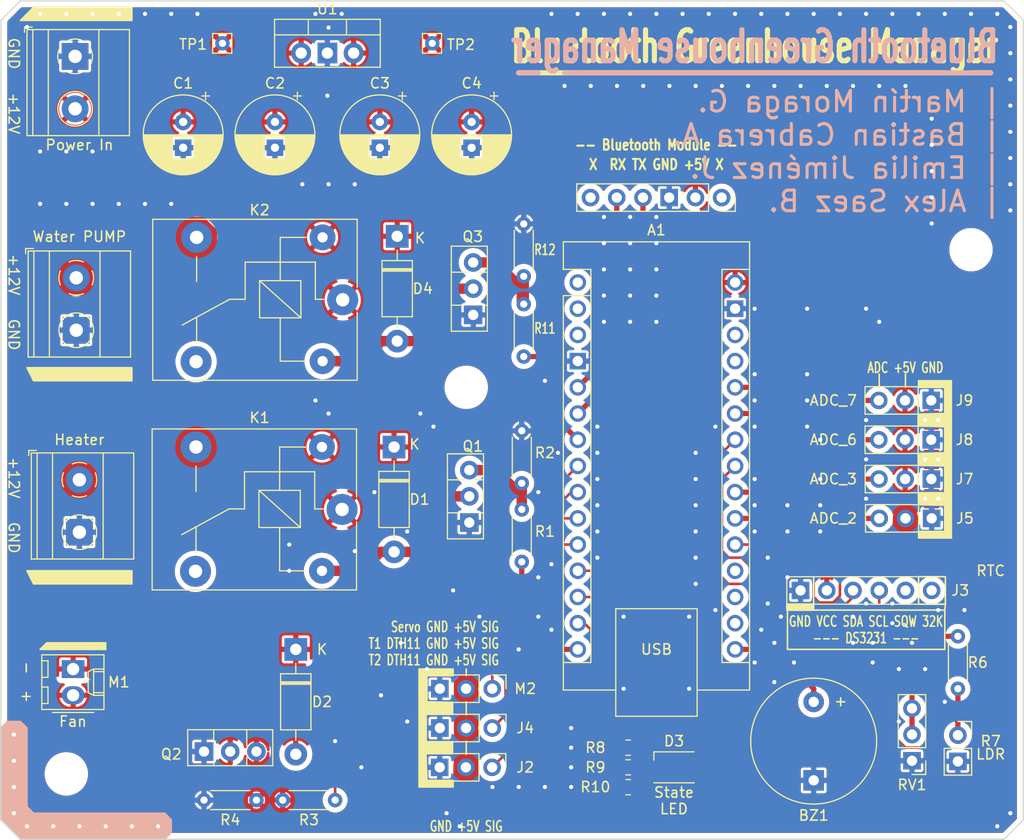
<source format=kicad_pcb>
(kicad_pcb (version 20211014) (generator pcbnew)
  (title_block (title "Bluetooth Greenhouse Manager") (date "2023-05-23") (rev "R5"))
  (layers (0 "F.Cu" signal) (31 "B.Cu" signal) (34 "B.Paste" user) (35 "F.Paste" user) (36 "B.SilkS" user "B.Silkscreen") (37 "F.SilkS" user "F.Silkscreen") (38 "B.Mask" user) (39 "F.Mask" user) (44 "Edge.Cuts" user))
  (net 0 "")
  (net 4 "GND")
  (net 5 "BT_TX")
  (net 6 "BT_RX")
  (net 7 "PUMP")
  (net 8 "FAN")
  (net 9 "SERV_PWM")
  (net 10 "T1 SIG")
  (net 11 "T2 SIG")
  (net 12 "LED 01")
  (net 13 "LED 02")
  (net 14 "LED 03")
  (net 15 "HEATER")
  (net 16 "BUZZER")
  (net 19 "SoilMoisture")
  (net 20 "LUX Sens")
  (net 21 "ADC_2")
  (net 22 "ADC_3")
  (net 23 "SDA")
  (net 24 "SCL")
  (net 25 "ADC_6")
  (net 26 "ADC_7")
  (net 29 "/5V")
  (net 30 "/12V")
  (net 31 "Net-(D1-Pad2)")
  (net 32 "Net-(D2-Pad2)")
  (net 33 "Net-(D3-Pad1)")
  (net 34 "Net-(D3-Pad2)")
  (net 35 "Net-(D3-Pad3)")
  (net 40 "Net-(K1-Pad3)")
  (net 42 "Net-(Q1-Pad3)")
  (net 43 "Net-(Q2-Pad3)")
  (net 44 "Net-(R6-Pad1)")
  (net 45 "Net-(D4-Pad2)")
  (net 46 "Net-(K2-Pad3)")
  (net 48 "Net-(Q3-Pad3)")
  (footprint "TerminalBlock_Phoenix:TerminalBlock_Phoenix_MKDS-1,5-2-5.08_1x02_P5.08mm_Horizontal" (layer "F.Cu") (at 115.7865 53.014068 -90)
    (fp_text reference "J1" hide)
    (fp_text value "Power In")
  )
  (footprint "Diode_THT:D_DO-41_SOD81_P10.16mm_Horizontal" (layer "F.Cu") (at 146.985 70.450068 -90)
    (fp_text reference "D4")
    (fp_text value "1N4007")
  )
  (footprint "Resistor_SMD:R_0805_2012Metric" (layer "F.Cu") (at 169.355 120.015)
    (fp_text reference "R8")
    (fp_text value "680")
  )
  (footprint "TerminalBlock_Phoenix:TerminalBlock_Phoenix_MKDS-1,5-2-5.08_1x02_P5.08mm_Horizontal" (layer "F.Cu") (at 115.895 74.475068 -90)
    (fp_text reference "M3" hide)
    (fp_text value "Water PUMP")
  )
  (footprint "Module:Arduino_Nano" (layer "F.Cu") (at 164.475 74.93)
    (fp_text reference "A1")
    (fp_text value "Arduino_Nano_Every")
  )
  (footprint "Connector_PinHeader_2.54mm:PinHeader_1x03_P2.54mm_Vertical" (layer "F.Cu") (at 156.195 114.3 -90)
    (fp_text reference "M2")
    (fp_text value "Motor_Servo")
  )
  (footprint "Connector_PinHeader_2.54mm:PinHeader_1x03_P2.54mm_Vertical" (layer "F.Cu") (at 198.71 90.17 -90)
    (fp_text reference "J8")
    (fp_text value "ADC_6")
  )
  (footprint "Capacitor_THT:CP_Radial_D7.5mm_P2.50mm" (layer "F.Cu") (at 145.3015 59.369068 -90)
    (fp_text reference "C3")
    (fp_text value "0.1u")
  )
  (footprint "Package_TO_SOT_THT:TO-126-3_Vertical" (layer "F.Cu") (at 153.97 98.195068 90)
    (fp_text reference "Q1")
    (fp_text value "BD135")
  )
  (footprint "Resistor_THT:R_Axial_DIN0204_L3.6mm_D1.6mm_P5.08mm_Horizontal" (layer "F.Cu") (at 159.24 82.110068 90)
    (fp_text reference "R11")
    (fp_text value "330")
  )
  (footprint "Connector_Pin:Pin_D0.7mm_L6.5mm_W1.8mm_FlatFork" (layer "F.Cu") (at 150.3815 51.749068)
    (fp_text reference "TP2")
    (fp_text value "TestPoint")
  )
  (footprint "Connector_PinHeader_2.54mm:PinHeader_1x03_P2.54mm_Vertical" (layer "F.Cu") (at 198.755 97.79 -90)
    (fp_text reference "J5")
    (fp_text value "ADC_2")
  )
  (footprint "Resistor_THT:R_Axial_DIN0204_L3.6mm_D1.6mm_P5.08mm_Horizontal" (layer "F.Cu") (at 201.295 109.22 -90)
    (fp_text reference "R6")
    (fp_text value "330")
  )
  (footprint "Resistor_SMD:R_0805_2012Metric" (layer "F.Cu") (at 169.355 123.845)
    (fp_text reference "R10")
    (fp_text value "680")
  )
  (footprint "Buzzer_Beeper:Buzzer_12x9.5RM7.6" (layer "F.Cu") (at 187.325 115.58 -90)
    (fp_text reference "BZ1")
    (fp_text value "Buzzer")
  )
  (footprint "Diode_THT:D_DO-41_SOD81_P10.16mm_Horizontal" (layer "F.Cu") (at 146.68 90.875068 -90)
    (fp_text reference "D1")
    (fp_text value "1N4007")
  )
  (footprint "Resistor_THT:R_Axial_DIN0204_L3.6mm_D1.6mm_P5.08mm_Horizontal" (layer "F.Cu") (at 140.97 125.095 180)
    (fp_text reference "R3")
    (fp_text value "330")
  )
  (footprint "" (layer "F.Cu") (at 202.565 71.755)
    (fp_text reference "")
    (fp_text value "")
  )
  (footprint "Resistor_THT:R_Axial_DIN0204_L3.6mm_D1.6mm_P5.08mm_Horizontal" (layer "F.Cu") (at 159.24 74.330068 90)
    (fp_text reference "R12")
    (fp_text value "10k")
  )
  (footprint "Connector_PinHeader_2.54mm:PinHeader_1x03_P2.54mm_Vertical" (layer "F.Cu") (at 198.725 93.98 -90)
    (fp_text reference "J7")
    (fp_text value "ADC_3")
  )
  (footprint "Connector_PinSocket_2.54mm:PinSocket_1x06_P2.54mm_Vertical" (layer "F.Cu") (at 178.41 66.7 -90)
    (fp_text reference "J6" hide)
    (fp_text value "HC-06")
  )
  (footprint "TerminalBlock_Phoenix:TerminalBlock_Phoenix_MKDS-1,5-2-5.08_1x02_P5.08mm_Horizontal" (layer "F.Cu") (at 116.2 94.050068 -90)
    (fp_text reference "R5" hide)
    (fp_text value "Heater")
  )
  (footprint "Relay_THT:Relay_SPDT_SANYOU_SRD_Series_Form_C" (layer "F.Cu") (at 141.705 76.605068 180)
    (fp_text reference "K2")
    (fp_text value "SANYOU_SRD_Form_C")
  )
  (footprint "Connector_PinSocket_2.54mm:PinSocket_1x06_P2.54mm_Vertical" (layer "F.Cu") (at 198.755 104.775 -90)
    (fp_text reference "J3")
    (fp_text value "DS3231")
  )
  (footprint "Connector_PinHeader_2.54mm:PinHeader_1x03_P2.54mm_Vertical" (layer "F.Cu") (at 198.71 86.36 -90)
    (fp_text reference "J9")
    (fp_text value "ADC_7")
  )
  (footprint "Connector_PinHeader_2.54mm:PinHeader_1x03_P2.54mm_Vertical" (layer "F.Cu") (at 156.195 118.11 -90)
    (fp_text reference "J4")
    (fp_text value "DTH11")
  )
  (footprint "Resistor_THT:R_Axial_DIN0204_L3.6mm_D1.6mm_P5.08mm_Horizontal" (layer "F.Cu") (at 159.05 94.385068 90)
    (fp_text reference "R2")
    (fp_text value "10k")
  )
  (footprint "Package_TO_SOT_THT:TO-220-3_Vertical" (layer "F.Cu") (at 137.6815 52.694068)
    (fp_text reference "U1")
    (fp_text value "L7805")
  )
  (footprint "Connector_Molex:Molex_KK-254_AE-6410-02A_1x02_P2.54mm_Vertical" (layer "F.Cu") (at 115.59 114.935 90)
    (fp_text reference "M1")
    (fp_text value "Fan")
  )
  (footprint "Resistor_SMD:R_0805_2012Metric" (layer "F.Cu") (at 169.355 121.92)
    (fp_text reference "R9")
    (fp_text value "680")
  )
  (footprint "LED_SMD:LED_Cree-PLCC4_3.2x2.8mm_CCW" (layer "F.Cu") (at 173.8 121.92)
    (fp_text reference "D3")
    (fp_text value "LED_RGBA")
  )
  (footprint "MountingHole:MountingHole_3.2mm_M3" (layer "F.Cu") (at 114.935 122.555)
    (fp_text reference "Agujero" hide)
    (fp_text value "MountingHole_3.2mm_M3")
  )
  (footprint "Connector_Pin:Pin_D0.7mm_L6.5mm_W1.8mm_FlatFork" (layer "F.Cu") (at 130.0615 51.749068)
    (fp_text reference "TP1")
    (fp_text value "TestPoint")
  )
  (footprint "Resistor_THT:R_Axial_DIN0204_L3.6mm_D1.6mm_P5.08mm_Horizontal" (layer "F.Cu") (at 159.05 102.005068 90)
    (fp_text reference "R1")
    (fp_text value "330")
  )
  (footprint "Connector_PinSocket_2.54mm:PinSocket_1x02_P2.54mm_Vertical" (layer "F.Cu") (at 201.295 118.805)
    (fp_text reference "R7")
    (fp_text value "LDR")
  )
  (footprint "Capacitor_THT:CP_Radial_D7.5mm_P2.50mm" (layer "F.Cu") (at 126.2515 59.369068 -90)
    (fp_text reference "C1")
    (fp_text value "100u")
  )
  (footprint "Relay_THT:Relay_SPDT_SANYOU_SRD_Series_Form_C" (layer "F.Cu") (at 141.645 96.925068 180)
    (fp_text reference "K1")
    (fp_text value "SANYOU_SRD_Form_C")
  )
  (footprint "Diode_THT:D_DO-41_SOD81_P10.16mm_Horizontal" (layer "F.Cu") (at 137.16 110.49 -90)
    (fp_text reference "D2")
    (fp_text value "1N4007")
  )
  (footprint "Capacitor_THT:CP_Radial_D7.5mm_P2.50mm" (layer "F.Cu") (at 135.1415 59.369068 -90)
    (fp_text reference "C2")
    (fp_text value "0.1u")
  )
  (footprint "Package_TO_SOT_THT:TO-126-3_Vertical" (layer "F.Cu") (at 128.27 120.39)
    (fp_text reference "Q2")
    (fp_text value "BD135")
  )
  (footprint "Connector_PinHeader_2.54mm:PinHeader_1x03_P2.54mm_Vertical" (layer "F.Cu") (at 196.85 121.285 180)
    (fp_text reference "RV1")
    (fp_text value "10k")
  )
  (footprint "Connector_PinHeader_2.54mm:PinHeader_1x03_P2.54mm_Vertical" (layer "F.Cu") (at 156.18 121.92 -90)
    (fp_text reference "J2")
    (fp_text value "DTH11")
  )
  (footprint "Package_TO_SOT_THT:TO-126-3_Vertical" (layer "F.Cu") (at 154.345 78.070068 90)
    (fp_text reference "Q3")
    (fp_text value "BD135")
  )
  (footprint "" (layer "F.Cu") (at 153.67 85.09)
    (fp_text reference "")
    (fp_text value "")
  )
  (footprint "Resistor_THT:R_Axial_DIN0204_L3.6mm_D1.6mm_P5.08mm_Horizontal" (layer "F.Cu") (at 133.35 125.095 180)
    (fp_text reference "R4")
    (fp_text value "10k")
  )
  (footprint "Capacitor_THT:CP_Radial_D7.5mm_P2.50mm" (layer "F.Cu") (at 154.1915 59.369068 -90)
    (fp_text reference "C4")
    (fp_text value "100u")
  )
  (gr_line (start 163.195 54.61) (end 204.47 54.61) (layer "B.SilkS") (width 0.5))
  (gr_poly (pts (xy 111.125 118.11) (xy 111.125 125.73) (xy 111.76 126.365) (xy 124.46 126.365) (xy 125.095 127) (xy 125.095 128.27) (xy 124.46 128.905) (xy 110.49 128.905) (xy 108.585 127) (xy 108.585 118.11) (xy 109.22 117.475) (xy 110.49 117.475)) (layer "B.SilkS") (width 0.15) (fill solid))
  (gr_line (start 158.75 54.61) (end 160.655 54.61) (layer "B.SilkS") (width 0.5))
  (gr_poly (pts (xy 121.285 104.14) (xy 120.65 104.14) (xy 120.015 104.14) (xy 113.03 104.14) (xy 112.395 104.14) (xy 111.76 104.14) (xy 111.125 102.87) (xy 121.285 102.87)) (layer "F.SilkS") (width 0.15) (fill solid))
  (gr_line (start 153.67 112.395) (end 153.67 113.03) (layer "F.SilkS") (width 0.15))
  (gr_rect (start 184.785 106.68) (end 200.025 110.49) (layer "F.SilkS") (width 0.15) (fill none))
  (gr_poly (pts (xy 200.66 99.695) (xy 197.485 99.695) (xy 197.485 99.06) (xy 200.025 99.06) (xy 200.025 96.52) (xy 197.485 96.46) (xy 197.455 95.31) (xy 200.025 95.31) (xy 200.025 92.71) (xy 197.455 92.65) (xy 197.44 91.5) (xy 200.025 91.44) (xy 200.025 88.9) (xy 197.44 88.84) (xy 197.44 87.69) (xy 200.025 87.63) (xy 200.025 85.09) (xy 197.485 85.09) (xy 197.485 84.455) (xy 200.66 84.455)) (layer "F.SilkS") (width 0.15) (fill solid))
  (gr_line (start 193.675 83.82) (end 193.675 85.09) (layer "F.SilkS") (width 0.15))
  (gr_rect (start 197.485 103.445) (end 200.085 106.105) (layer "F.SilkS") (width 0.15) (fill none))
  (gr_poly (pts (xy 121.285 49.53) (xy 120.65 49.53) (xy 120.015 49.53) (xy 112.395 49.53) (xy 111.76 49.53) (xy 110.49 49.53) (xy 111.76 48.26) (xy 121.285 48.26)) (layer "F.SilkS") (width 0.15) (fill solid))
  (gr_rect (start 184.725 106.105) (end 187.325 106.68) (layer "F.SilkS") (width 0.15) (fill solid))
  (gr_poly (pts (xy 152.4 113.03) (xy 149.86 113.03) (xy 149.86 115.57) (xy 152.355 115.63) (xy 152.355 116.78) (xy 149.785 116.78) (xy 149.785 119.44) (xy 152.355 119.44) (xy 152.34 120.59) (xy 149.77 120.59) (xy 149.86 123.19) (xy 152.4 123.19) (xy 152.4 123.825) (xy 149.098 123.825) (xy 149.098 112.395) (xy 152.4 112.395)) (layer "F.SilkS") (width 0.15) (fill solid))
  (gr_poly (pts (xy 118.745 110.49) (xy 112.395 110.49) (xy 113.03 109.855) (xy 118.745 109.855)) (layer "F.SilkS") (width 0.15) (fill solid))
  (gr_line (start 187.325 106.105) (end 187.325 103.505) (layer "F.SilkS") (width 0.15))
  (gr_line (start 196.215 83.82) (end 196.215 85.09) (layer "F.SilkS") (width 0.15))
  (gr_line (start 153.67 119.38) (end 153.67 120.65) (layer "F.SilkS") (width 0.15))
  (gr_poly (pts (xy 121.285 84.455) (xy 111.76 84.455) (xy 111.125 83.185) (xy 121.285 83.185)) (layer "F.SilkS") (width 0.15) (fill solid))
  (gr_line (start 200.025 106.68) (end 200.085 106.105) (layer "F.SilkS") (width 0.15))
  (gr_line (start 202.565 54.61) (end 204.47 54.61) (layer "F.SilkS") (width 0.5))
  (gr_line (start 153.67 115.57) (end 153.67 116.84) (layer "F.SilkS") (width 0.15))
  (gr_line (start 158.75 54.61) (end 200.025 54.61) (layer "F.SilkS") (width 0.5))
  (gr_poly (pts (xy 207.645 49.53) (xy 207.645 127) (xy 205.74 128.905) (xy 110.49 128.905) (xy 108.585 127) (xy 108.585 49.53) (xy 110.49 47.625) (xy 205.74 47.625)) (layer "Edge.Cuts") (width 0.15) (fill none))
  (gr_text "Bluetooth Greenhouse Manager" (at 181.61 52.07) (layer "B.SilkS") (effects (font (size 3 2) (thickness 0.5)) (justify mirror)))
  (gr_text "| Martín Moraga G.\n| Bastian Cabrera A.\n| Emilia Jiménez J.\n| Alex Saez B." (at 205.74 62.23) (layer "B.SilkS") (effects (font (size 2 2) (thickness 0.3)) (justify left mirror)))
  (gr_text "-- Bluetooth Module --" (at 172.085 61.595) (layer "F.SilkS") (effects (font (size 1 0.8) (thickness 0.2))))
  (gr_text "ADC +5V GND" (at 196.215 83.185) (layer "F.SilkS") (effects (font (size 1 0.7))))
  (gr_text "GND VCC SDA SCL SQW 32K\n--- DS3231 ---" (at 192.405 108.585) (layer "F.SilkS") (effects (font (size 1 0.7))))
  (gr_text "GND +5V SIG" (at 153.67 127.635) (layer "F.SilkS") (effects (font (size 1 0.7))))
  (gr_text "X  RX TX GND +5V X" (at 172.085 63.5) (layer "F.SilkS") (effects (font (size 1 0.8) (thickness 0.2))))
  (gr_text "RTC" (at 204.47 102.87) (layer "F.SilkS") (effects (font (size 1 1))))
  (gr_text "State\nLED" (at 173.793095 125.156409) (layer "F.SilkS") (effects (font (size 1 1))))
  (gr_text "+12V   GND" (at 109.855 96.52 270) (layer "F.SilkS") (effects (font (size 1 1))))
  (gr_text "Servo GND +5V SIG\nT1 DTH11 GND +5V SIG\nT2 DTH11 GND +5V SIG" (at 156.922625 109.91649) (layer "F.SilkS") (effects (font (size 1 0.7)) (justify right)))
  (gr_text "GND   +12V" (at 109.855 55.88 270) (layer "F.SilkS") (effects (font (size 1 1))))
  (gr_text "-  +" (at 111.125 113.665 270) (layer "F.SilkS") (effects (font (size 1 1))))
  (gr_text "Bluetooth Greenhouse Manager" (at 181.61 52.07) (layer "F.SilkS") (effects (font (size 3 2) (thickness 0.5))))
  (gr_text "+12V   GND" (at 109.855 76.835 270) (layer "F.SilkS") (effects (font (size 1 1))))
  (segment (start 176.53 123.19) (end 177.165 123.825) (width 0.25) (layer "F.Cu") (net 0))
  (segment (start 175.83 121.22) (end 176.53 121.92) (width 0.25) (layer "F.Cu") (net 0))
  (segment (start 175.05 121.22) (end 175.83 121.22) (width 0.25) (layer "F.Cu") (net 0))
  (segment (start 175.07 121.2) (end 175.05 121.22) (width 0.25) (layer "F.Cu") (net 0))
  (segment (start 177.165 123.825) (end 178.816 123.825) (width 0.25) (layer "F.Cu") (net 0))
  (segment (start 176.53 121.92) (end 176.53 123.19) (width 0.25) (layer "F.Cu") (net 0))
  (via (at 144.78 95.25) (size 0.8) (drill 0.4) (layers "F.Cu" "B.Cu") (net 4))
  (via (at 187.96 99.06) (size 0.8) (drill 0.4) (layers "F.Cu" "B.Cu") (net 4))
  (via (at 185.42 111.76) (size 0.8) (drill 0.4) (layers "F.Cu" "B.Cu") (net 4))
  (via (at 206.375 60.325) (size 0.8) (drill 0.4) (layers "F.Cu" "B.Cu") (net 4))
  (via (at 147.955 117.475) (size 0.8) (drill 0.4) (layers "F.Cu" "B.Cu") (net 4))
  (via (at 192.405 88.265) (size 0.8) (drill 0.4) (layers "F.Cu" "B.Cu") (net 4))
  (via (at 167.005 78.74) (size 0.8) (drill 0.4) (layers "F.Cu" "B.Cu") (net 4))
  (via (at 139.065 86.36) (size 0.8) (drill 0.4) (layers "F.Cu" "B.Cu") (net 4))
  (via (at 172.085 48.895) (size 0.8) (drill 0.4) (layers "F.Cu" "B.Cu") (net 4))
  (via (at 178.435 55.88) (size 0.8) (drill 0.4) (layers "F.Cu" "B.Cu") (net 4))
  (via (at 177.165 48.895) (size 0.8) (drill 0.4) (layers "F.Cu" "B.Cu") (net 4))
  (via (at 206.375 52.705) (size 0.8) (drill 0.4) (layers "F.Cu" "B.Cu") (net 4))
  (via (at 156.21 123.825) (size 0.8) (drill 0.4) (layers "F.Cu" "B.Cu") (net 4))
  (via (at 166.37 101.6) (size 0.8) (drill 0.4) (layers "F.Cu" "B.Cu") (net 4))
  (via (at 198.755 59.055) (size 0.8) (drill 0.4) (layers "F.Cu" "B.Cu") (net 4))
  (via (at 169.545 68.58) (size 0.8) (drill 0.4) (layers "F.Cu" "B.Cu") (net 4))
  (via (at 206.375 50.165) (size 0.8) (drill 0.4) (layers "F.Cu" "B.Cu") (net 4))
  (via (at 112.395 62.23) (size 0.8) (drill 0.4) (layers "F.Cu" "B.Cu") (net 4))
  (via (at 172.085 68.58) (size 0.8) (drill 0.4) (layers "F.Cu" "B.Cu") (net 4))
  (via (at 198.12 95.885) (size 0.8) (drill 0.4) (layers "F.Cu" "B.Cu") (net 4))
  (via (at 199.39 92.075) (size 0.8) (drill 0.4) (layers "F.Cu" "B.Cu") (net 4))
  (via (at 198.755 69.215) (size 0.8) (drill 0.4) (layers "F.Cu" "B.Cu") (net 4))
  (via (at 169.545 76.2) (size 0.8) (drill 0.4) (layers "F.Cu" "B.Cu") (net 4))
  (via (at 120.015 48.895) (size 0.8) (drill 0.4) (layers "F.Cu" "B.Cu") (net 4))
  (via (at 187.96 96.52) (size 0.8) (drill 0.4) (layers "F.Cu" "B.Cu") (net 4))
  (via (at 192.405 92.075) (size 0.8) (drill 0.4) (layers "F.Cu" "B.Cu") (net 4))
  (via (at 161.29 84.455) (size 0.8) (drill 0.4) (layers "F.Cu" "B.Cu") (net 4))
  (via (at 117.475 67.31) (size 0.8) (drill 0.4) (layers "F.Cu" "B.Cu") (net 4))
  (via (at 137.795 65.405) (size 0.8) (drill 0.4) (layers "F.Cu" "B.Cu") (net 4))
  (via (at 109.855 121.285) (size 0.8) (drill 0.4) (layers "F.Cu" "B.Cu") (net 4))
  (via (at 160.655 95.25) (size 0.8) (drill 0.4) (layers "F.Cu" "B.Cu") (net 4))
  (via (at 188.595 55.88) (size 0.8) (drill 0.4) (layers "F.Cu" "B.Cu") (net 4))
  (via (at 205.105 127.635) (size 0.8) (drill 0.4) (layers "F.Cu" "B.Cu") (net 4))
  (via (at 163.195 55.88) (size 0.8) (drill 0.4) (layers "F.Cu" "B.Cu") (net 4))
  (via (at 166.37 93.98) (size 0.8) (drill 0.4) (layers "F.Cu" "B.Cu") (net 4))
  (via (at 136.525 100.33) (size 0.8) (drill 0.4) (layers "F.Cu" "B.Cu") (net 4))
  (via (at 161.925 102.235) (size 0.8) (drill 0.4) (layers "F.Cu" "B.Cu") (net 4))
  (via (at 206.375 57.785) (size 0.8) (drill 0.4) (layers "F.Cu" "B.Cu") (net 4))
  (via (at 194.945 106.045) (size 0.8) (drill 0.4) (layers "F.Cu" "B.Cu") (net 4))
  (via (at 152.4 104.775) (size 0.8) (drill 0.4) (layers "F.Cu" "B.Cu") (net 4))
  (via (at 122.555 67.31) (size 0.8) (drill 0.4) (layers "F.Cu" "B.Cu") (net 4))
  (via (at 182.88 106.045) (size 0.8) (drill 0.4) (layers "F.Cu" "B.Cu") (net 4))
  (via (at 192.405 48.895) (size 0.8) (drill 0.4) (layers "F.Cu" "B.Cu") (net 4))
  (via (at 202.565 48.895) (size 0.8) (drill 0.4) (layers "F.Cu" "B.Cu") (net 4))
  (via (at 196.85 109.855) (size 0.8) (drill 0.4) (layers "F.Cu" "B.Cu") (net 4))
  (via (at 182.245 108.585) (size 0.8) (drill 0.4) (layers "F.Cu" "B.Cu") (net 4))
  (via (at 198.755 66.675) (size 0.8) (drill 0.4) (layers "F.Cu" "B.Cu") (net 4))
  (via (at 168.91 114.3) (size 0.8) (drill 0.4) (layers "F.Cu" "B.Cu") (net 4))
  (via (at 184.785 96.52) (size 0.8) (drill 0.4) (layers "F.Cu" "B.Cu") (net 4))
  (via (at 187.96 93.98) (size 0.8) (drill 0.4) (layers "F.Cu" "B.Cu") (net 4))
  (via (at 175.895 93.98) (size 0.8) (drill 0.4) (layers "F.Cu" "B.Cu") (net 4))
  (via (at 198.755 64.135) (size 0.8) (drill 0.4) (layers "F.Cu" "B.Cu") (net 4))
  (via (at 166.37 96.52) (size 0.8) (drill 0.4) (layers "F.Cu" "B.Cu") (net 4))
  (via (at 175.895 101.6) (size 0.8) (drill 0.4) (layers "F.Cu" "B.Cu") (net 4))
  (via (at 206.375 126.365) (size 0.8) (drill 0.4) (layers "F.Cu" "B.Cu") (net 4))
  (via (at 184.785 99.06) (size 0.8) (drill 0.4) (layers "F.Cu" "B.Cu") (net 4))
  (via (at 194.945 48.895) (size 0.8) (drill 0.4) (layers "F.Cu" "B.Cu") (net 4))
  (via (at 172.085 71.12) (size 0.8) (drill 0.4) (layers "F.Cu" "B.Cu") (net 4))
  (via (at 186.69 83.82) (size 0.8) (drill 0.4) (layers "F.Cu" "B.Cu") (net 4))
  (via (at 147.32 109.855) (size 0.8) (drill 0.4) (layers "F.Cu" "B.Cu") (net 4))
  (via (at 145.415 114.935) (size 0.8) (drill 0.4) (layers "F.Cu" "B.Cu") (net 4))
  (via (at 206.375 62.865) (size 0.8) (drill 0.4) (layers "F.Cu" "B.Cu") (net 4))
  (via (at 201.93 106.68) (size 0.8) (drill 0.4) (layers "F.Cu" "B.Cu") (net 4))
  (via (at 191.135 109.855) (size 0.8) (drill 0.4) (layers "F.Cu" "B.Cu") (net 4))
  (via (at 161.925 48.895) (size 0.8) (drill 0.4) (layers "F.Cu" "B.Cu") (net 4))
  (via (at 161.29 123.825) (size 0.8) (drill 0.4) (layers "F.Cu" "B.Cu") (net 4))
  (via (at 192.405 77.47) (size 0.8) (drill 0.4) (layers "F.Cu" "B.Cu") (net 4))
  (via (at 147.955 99.06) (size 0.8) (drill 0.4) (layers "F.Cu" "B.Cu") (net 4))
  (via (at 149.86 112.395) (size 0.8) (drill 0.4) (layers "F.Cu" "B.Cu") (net 4))
  (via (at 186.055 55.88) (size 0.8) (drill 0.4) (layers "F.Cu" "B.Cu") (net 4))
  (via (at 187.96 90.17) (size 0.8) (drill 0.4) (layers "F.Cu" "B.Cu") (net 4))
  (via (at 122.555 48.895) (size 0.8) (drill 0.4) (layers "F.Cu" "B.Cu") (net 4))
  (via (at 160.655 107.315) (size 0.8) (drill 0.4) (layers "F.Cu" "B.Cu") (net 4))
  (via (at 189.865 48.895) (size 0.8) (drill 0.4) (layers "F.Cu" "B.Cu") (net 4))
  (via (at 169.545 48.895) (size 0.8) (drill 0.4) (layers "F.Cu" "B.Cu") (net 4))
  (via (at 125.095 48.895) (size 0.8) (drill 0.4) (layers "F.Cu" "B.Cu") (net 4))
  (via (at 166.37 91.44) (size 0.8) (drill 0.4) (layers "F.Cu" "B.Cu") (net 4))
  (via (at 198.12 88.265) (size 0.8) (drill 0.4) (layers "F.Cu" "B.Cu") (net 4))
  (via (at 112.395 48.895) (size 0.8) (drill 0.4) (layers "F.Cu" "B.Cu") (net 4))
  (via (at 191.135 107.315) (size 0.8) (drill 0.4) (layers "F.Cu" "B.Cu") (net 4))
  (via (at 143.51 121.92) (size 0.8) (drill 0.4) (layers "F.Cu" "B.Cu") (net 4))
  (via (at 177.8 106.68) (size 0.8) (drill 0.4) (layers "F.Cu" "B.Cu") (net 4))
  (via (at 199.39 95.885) (size 0.8) (drill 0.4) (layers "F.Cu" "B.Cu") (net 4))
  (via (at 184.15 107.315) (size 0.8) (drill 0.4) (layers "F.Cu" "B.Cu") (net 4))
  (via (at 200.025 115.57) (size 0.8) (drill 0.4) (layers "F.Cu" "B.Cu") (net 4))
  (via (at 197.485 48.895) (size 0.8) (drill 0.4) (layers "F.Cu" "B.Cu") (net 4))
  (via (at 114.935 62.23) (size 0.8) (drill 0.4) (layers "F.Cu" "B.Cu") (net 4))
  (via (at 172.085 78.74) (size 0.8) (drill 0.4) (layers "F.Cu" "B.Cu") (net 4))
  (via (at 136.525 102.87) (size 0.8) (drill 0.4) (layers "F.Cu" "B.Cu") (net 4))
  (via (at 175.26 114.3) (size 0.8) (drill 0.4) (layers "F.Cu" "B.Cu") (net 4))
  (via (at 183.515 55.88) (size 0.8) (drill 0.4) (layers "F.Cu" "B.Cu") (net 4))
  (via (at 186.69 77.47) (size 0.8) (drill 0.4) (layers "F.Cu" "B.Cu") (net 4))
  (via (at 198.755 61.595) (size 0.8) (drill 0.4) (layers "F.Cu" "B.Cu") (net 4))
  (via (at 163.83 120.015) (size 0.8) (drill 0.4) (layers "F.Cu" "B.Cu") (net 4))
  (via (at 177.8 88.9) (size 0.8) (drill 0.4) (layers "F.Cu" "B.Cu") (net 4))
  (via (at 186.69 86.36) (size 0.8) (drill 0.4) (layers "F.Cu" "B.Cu") (net 4))
  (via (at 109.855 126.365) (size 0.8) (drill 0.4) (layers "F.Cu" "B.Cu") (net 4))
  (via (at 165.735 55.88) (size 0.8) (drill 0.4) (layers "F.Cu" "B.Cu") (net 4))
  (via (at 149.225 87.63) (size 0.8) (drill 0.4) (layers "F.Cu" "B.Cu") (net 4))
  (via (at 170.815 55.88) (size 0.8) (drill 0.4) (layers "F.Cu" "B.Cu") (net 4))
  (via (at 163.83 123.825) (size 0.8) (drill 0.4) (layers "F.Cu" "B.Cu") (net 4))
  (via (at 175.26 107.315) (size 0.8) (drill 0.4) (layers "F.Cu" "B.Cu") (net 4))
  (via (at 160.655 103.505) (size 0.8) (drill 0.4) (layers "F.Cu" "B.Cu") (net 4))
  (via (at 168.91 107.315) (size 0.8) (drill 0.4) (layers "F.Cu" "B.Cu") (net 4))
  (via (at 193.04 111.76) (size 0.8) (drill 0.4) (layers "F.Cu" "B.Cu") (net 4))
  (via (at 175.895 96.52) (size 0.8) (drill 0.4) (layers "F.Cu" "B.Cu") (net 4))
  (via (at 196.215 55.88) (size 0.8) (drill 0.4) (layers "F.Cu" "B.Cu") (net 4))
  (via (at 175.895 55.88) (size 0.8) (drill 0.4) (layers "F.Cu" "B.Cu") (net 4))
  (via (at 181.61 99.06) (size 0.8) (drill 0.4) (layers "F.Cu" "B.Cu") (net 4))
  (via (at 114.935 48.895) (size 0.8) (drill 0.4) (layers "F.Cu" "B.Cu") (net 4))
  (via (at 117.475 62.23) (size 0.8) (drill 0.4) (layers "F.Cu" "B.Cu") (net 4))
  (via (at 200.025 48.895) (size 0.8) (drill 0.4) (layers "F.Cu" "B.Cu") (net 4))
  (via (at 167.005 71.12) (size 0.8) (drill 0.4) (layers "F.Cu" "B.Cu") (net 4))
  (via (at 193.04 109.855) (size 0.8) (drill 0.4) (layers "F.Cu" "B.Cu") (net 4))
  (via (at 206.375 65.405) (size 0.8) (drill 0.4) (layers "F.Cu" "B.Cu") (net 4))
  (via (at 182.88 101.6) (size 0.8) (drill 0.4) (layers "F.Cu" "B.Cu") (net 4))
  (via (at 192.405 106.045) (size 0.8) (drill 0.4) (layers "F.Cu" "B.Cu") (net 4))
  (via (at 168.275 55.88) (size 0.8) (drill 0.4) (layers "F.Cu" "B.Cu") (net 4))
  (via (at 120.015 67.31) (size 0.8) (drill 0.4) (layers "F.Cu" "B.Cu") (net 4))
  (via (at 181.61 111.76) (size 0.8) (drill 0.4) (layers "F.Cu" "B.Cu") (net 4))
  (via (at 175.895 91.44) (size 0.8) (drill 0.4) (layers "F.Cu" "B.Cu") (net 4))
  (via (at 158.75 110.49) (size 0.8) (drill 0.4) (layers "F.Cu" "B.Cu") (net 4))
  (via (at 175.895 99.06) (size 0.8) (drill 0.4) (layers "F.Cu" "B.Cu") (net 4))
  (via (at 195.58 112.395) (size 0.8) (drill 0.4) (layers "F.Cu" "B.Cu") (net 4))
  (via (at 163.83 121.92) (size 0.8) (drill 0.4) (layers "F.Cu" "B.Cu") (net 4))
  (via (at 192.405 95.885) (size 0.8) (drill 0.4) (layers "F.Cu" "B.Cu") (net 4))
  (via (at 194.945 107.95) (size 0.8) (drill 0.4) (layers "F.Cu" "B.Cu") (net 4))
  (via (at 193.675 55.88) (size 0.8) (drill 0.4) (layers "F.Cu" "B.Cu") (net 4))
  (via (at 195.58 117.475) (size 0.8) (drill 0.4) (layers "F.Cu" "B.Cu") (net 4))
  (via (at 198.12 112.395) (size 0.8) (drill 0.4) (layers "F.Cu" "B.Cu") (net 4))
  (via (at 111.125 50.165) (size 0.8) (drill 0.4) (layers "F.Cu" "B.Cu") (net 4))
  (via (at 153.035 127.635) (size 0.8) (drill 0.4) (layers "F.Cu" "B.Cu") (net 4))
  (via (at 198.12 92.075) (size 0.8) (drill 0.4) (layers "F.Cu" "B.Cu") (net 4))
  (via (at 184.785 48.895) (size 0.8) (drill 0.4) (layers "F.Cu" "B.Cu") (net 4))
  (via (at 139.065 48.895) (size 0.8) (drill 0.4) (layers "F.Cu" "B.Cu") (net 4))
  (via (at 140.335 65.405) (size 0.8) (drill 0.4) (layers "F.Cu" "B.Cu") (net 4))
  (via (at 140.2215 56.829068) (size 0.8) (drill 0.4) (layers "F.Cu" "B.Cu") (net 4))
  (via (at 191.135 55.88) (size 0.8) (drill 0.4) (layers "F.Cu" "B.Cu") (net 4))
  (via (at 193.675 78.74) (size 0.8) (drill 0.4) (layers "F.Cu" "B.Cu") (net 4))
  (via (at 121.285 127.635) (size 0.8) (drill 0.4) (layers "F.Cu" "B.Cu") (net 4))
  (via (at 175.895 104.14) (size 0.8) (drill 0.4) (layers "F.Cu" "B.Cu") (net 4))
  (via (at 172.085 76.2) (size 0.8) (drill 0.4) (layers "F.Cu" "B.Cu") (net 4))
  (via (at 118.745 127.635) (size 0.8) (drill 0.4) (layers "F.Cu" "B.Cu") (net 4))
  (via (at 167.005 73.66) (size 0.8) (drill 0.4) (layers "F.Cu" "B.Cu") (net 4))
  (via (at 173.355 55.88) (size 0.8) (drill 0.4) (layers "F.Cu" "B.Cu") (net 4))
  (via (at 161.925 108.585) (size 0.8) (drill 0.4) (layers "F.Cu" "B.Cu") (net 4))
  (via (at 109.855 123.825) (size 0.8) (drill 0.4) (layers "F.Cu" "B.Cu") (net 4))
  (via (at 123.825 127.635) (size 0.8) (drill 0.4) (layers "F.Cu" "B.Cu") (net 4))
  (via (at 140.335 50.225068) (size 0.8) (drill 0.4) (layers "F.Cu" "B.Cu") (net 4))
  (via (at 167.005 76.2) (size 0.8) (drill 0.4) (layers "F.Cu" "B.Cu") (net 4))
  (via (at 184.785 103.505) (size 0.8) (drill 0.4) (layers "F.Cu" "B.Cu") (net 4))
  (via (at 167.005 68.58) (size 0.8) (drill 0.4) (layers "F.Cu" "B.Cu") (net 4))
  (via (at 181.61 86.36) (size 0.8) (drill 0.4) (layers "F.Cu" "B.Cu") (net 4))
  (via (at 117.475 48.895) (size 0.8) (drill 0.4) (layers "F.Cu" "B.Cu") (net 4))
  (via (at 183.515 109.855) (size 0.8) (drill 0.4) (layers "F.Cu" "B.Cu") (net 4))
  (via (at 151.765 126.365) (size 0.8) (drill 0.4) (layers "F.Cu" "B.Cu") (net 4))
  (via (at 141.605 48.895) (size 0.8) (drill 0.4) (layers "F.Cu" "B.Cu") (net 4))
  (via (at 199.39 106.68) (size 0.8) (drill 0.4) (layers "F.Cu" "B.Cu") (net 4))
  (via (at 179.705 48.895) (size 0.8) (drill 0.4) (layers "F.Cu" "B.Cu") (net 4))
  (via (at 142.875 100.965) (size 0.8) (drill 0.4) (layers "F.Cu" "B.Cu") (net 4))
  (via (at 167.005 48.895) (size 0.8) (drill 0.4) (layers "F.Cu" "B.Cu") (net 4))
  (via (at 206.375 55.245) (size 0.8) (drill 0.4) (layers "F.Cu" "B.Cu") (net 4))
  (via (at 111.125 127.635) (size 0.8) (drill 0.4) (layers "F.Cu" "B.Cu") (net 4))
  (via (at 154.94 107.315) (size 0.8) (drill 0.4) (layers "F.Cu" "B.Cu") (net 4))
  (via (at 181.61 93.98) (size 0.8) (drill 0.4) (layers "F.Cu" "B.Cu") (net 4))
  (via (at 112.395 67.31) (size 0.8) (drill 0.4) (layers "F.Cu" "B.Cu") (net 4))
  (via (at 205.105 48.895) (size 0.8) (drill 0.4) (layers "F.Cu" "B.Cu") (net 4))
  (via (at 172.085 73.66) (size 0.8) (drill 0.4) (layers "F.Cu" "B.Cu") (net 4))
  (via (at 199.39 88.265) (size 0.8) (drill 0.4) (layers "F.Cu" "B.Cu") (net 4))
  (via (at 140.97 119.38) (size 0.8) (drill 0.4) (layers "F.Cu" "B.Cu") (net 4))
  (via (at 181.61 88.9) (size 0.8) (drill 0.4) (layers "F.Cu" "B.Cu") (net 4))
  (via (at 183.515 113.665) (size 0.8) (drill 0.4) (layers "F.Cu" "B.Cu") (net 4))
  (via (at 162.56 91.44) (size 0.8) (drill 0.4) (layers "F.Cu" "B.Cu") (net 4))
  (via (at 180.975 55.88) (size 0.8) (drill 0.4) (layers "F.Cu" "B.Cu") (net 4))
  (via (at 174.625 48.895) (size 0.8) (drill 0.4) (layers "F.Cu" "B.Cu") (net 4))
  (via (at 127.635 48.895) (size 0.8) (drill 0.4) (layers "F.Cu" "B.Cu") (net 4))
  (via (at 166.37 99.06) (size 0.8) (drill 0.4) (layers "F.Cu" "B.Cu") (net 4))
  (via (at 187.325 48.895) (size 0.8) (drill 0.4) (layers "F.Cu" "B.Cu") (net 4))
  (via (at 169.545 71.12) (size 0.8) (drill 0.4) (layers "F.Cu" "B.Cu") (net 4))
  (via (at 181.61 77.47) (size 0.8) (drill 0.4) (layers "F.Cu" "B.Cu") (net 4))
  (via (at 125.095 67.31) (size 0.8) (drill 0.4) (layers "F.Cu" "B.Cu") (net 4))
  (via (at 163.83 118.11) (size 0.8) (drill 0.4) (layers "F.Cu" "B.Cu") (net 4))
  (via (at 182.245 48.895) (size 0.8) (drill 0.4) (layers "F.Cu" "B.Cu") (net 4))
  (via (at 116.205 127.635) (size 0.8) (drill 0.4) (layers "F.Cu" "B.Cu") (net 4))
  (via (at 140.335 87.63) (size 0.8) (drill 0.4) (layers "F.Cu" "B.Cu") (net 4))
  (via (at 158.75 123.825) (size 0.8) (drill 0.4) (layers "F.Cu" "B.Cu") (net 4))
  (via (at 169.545 73.66) (size 0.8) (drill 0.4) (layers "F.Cu" "B.Cu") (net 4))
  (via (at 113.665 127.635) (size 0.8) (drill 0.4) (layers "F.Cu" "B.Cu") (net 4))
  (via (at 166.37 88.9) (size 0.8) (drill 0.4) (layers "F.Cu" "B.Cu") (net 4))
  (via (at 186.69 88.9) (size 0.8) (drill 0.4) (layers "F.Cu" "B.Cu") (net 4))
  (via (at 150.495 88.9) (size 0.8) (drill 0.4) (layers "F.Cu" "B.Cu") (net 4))
  (via (at 181.61 83.82) (size 0.8) (drill 0.4) (layers "F.Cu" "B.Cu") (net 4))
  (via (at 142.875 65.405) (size 0.8) (drill 0.4) (layers "F.Cu" "B.Cu") (net 4))
  (via (at 109.855 118.745) (size 0.8) (drill 0.4) (layers "F.Cu" "B.Cu") (net 4))
  (via (at 206.375 67.945) (size 0.8) (drill 0.4) (layers "F.Cu" "B.Cu") (net 4))
  (via (at 114.935 67.31) (size 0.8) (drill 0.4) (layers "F.Cu" "B.Cu") (net 4))
  (via (at 169.545 78.74) (size 0.8) (drill 0.4) (layers "F.Cu" "B.Cu") (net 4))
  (via (at 164.465 48.895) (size 0.8) (drill 0.4) (layers "F.Cu" "B.Cu") (net 4))
  (via (at 181.61 96.52) (size 0.8) (drill 0.4) (layers "F.Cu" "B.Cu") (net 4))
  (segment (start 164.45 87.655) (end 164.475 87.63) (width 0.25) (layer "F.Cu") (net 5))
  (segment (start 170.79 81.315) (end 164.475 87.63) (width 0.508) (layer "F.Cu") (net 5))
  (segment (start 170.79 66.7) (end 170.79 81.315) (width 0.508) (layer "F.Cu") (net 5))
  (segment (start 168.25 81.315) (end 164.475 85.09) (width 0.508) (layer "F.Cu") (net 6))
  (segment (start 168.25 66.7) (end 168.25 81.315) (width 0.508) (layer "F.Cu") (net 6))
  (segment (start 164.45 85.115) (end 164.475 85.09) (width 0.25) (layer "F.Cu") (net 6))
  (segment (start 162.56 83.82) (end 162.56 88.255) (width 0.508) (layer "F.Cu") (net 7))
  (segment (start 160.850068 82.110068) (end 162.56 83.82) (width 0.508) (layer "F.Cu") (net 7))
  (segment (start 159.24 82.110068) (end 160.850068 82.110068) (width 0.508) (layer "F.Cu") (net 7))
  (segment (start 162.56 88.255) (end 164.475 90.17) (width 0.508) (layer "F.Cu") (net 7))
  (segment (start 155.575 99.06) (end 155.575 104.4575) (width 0.25) (layer "F.Cu") (net 8))
  (segment (start 159.385 98.425) (end 156.21 98.425) (width 0.25) (layer "F.Cu") (net 8))
  (segment (start 147.32 115.2525) (end 140.97 121.6025) (width 0.25) (layer "F.Cu") (net 8))
  (segment (start 155.575 104.4575) (end 147.32 112.7125) (width 0.25) (layer "F.Cu") (net 8))
  (segment (start 162.56 95.25) (end 159.385 98.425) (width 0.25) (layer "F.Cu") (net 8))
  (segment (start 147.32 112.7125) (end 147.32 115.2525) (width 0.25) (layer "F.Cu") (net 8))
  (segment (start 164.475 92.71) (end 162.56 94.625) (width 0.25) (layer "F.Cu") (net 8))
  (segment (start 162.56 94.625) (end 162.56 95.25) (width 0.25) (layer "F.Cu") (net 8))
  (segment (start 156.21 98.425) (end 155.575 99.06) (width 0.25) (layer "F.Cu") (net 8))
  (segment (start 140.97 121.6025) (end 140.97 125.095) (width 0.25) (layer "F.Cu") (net 8))
  (segment (start 163.83 95.25) (end 164.475 95.25) (width 0.25) (layer "F.Cu") (net 9))
  (segment (start 156.21 102.38363) (end 156.21 99.695) (width 0.25) (layer "F.Cu") (net 9))
  (segment (start 156.21 99.695) (end 156.845 99.06) (width 0.25) (layer "F.Cu") (net 9))
  (segment (start 160.02 99.06) (end 163.83 95.25) (width 0.25) (layer "F.Cu") (net 9))
  (segment (start 156.195 102.39863) (end 156.21 102.38363) (width 0.25) (layer "F.Cu") (net 9))
  (segment (start 156.195 114.3) (end 156.195 102.39863) (width 0.25) (layer "F.Cu") (net 9))
  (segment (start 156.845 99.06) (end 160.02 99.06) (width 0.25) (layer "F.Cu") (net 9))
  (segment (start 156.195 118.11) (end 157.48 116.825) (width 0.25) (layer "F.Cu") (net 10))
  (segment (start 157.48 116.825) (end 157.48 112.395) (width 0.25) (layer "F.Cu") (net 10))
  (segment (start 162.56 97.79) (end 164.475 97.79) (width 0.25) (layer "F.Cu") (net 10))
  (segment (start 160.655 99.695) (end 162.56 97.79) (width 0.25) (layer "F.Cu") (net 10))
  (segment (start 156.845 100.331396) (end 157.481396 99.695) (width 0.25) (layer "F.Cu") (net 10))
  (segment (start 157.481396 99.695) (end 160.655 99.695) (width 0.25) (layer "F.Cu") (net 10))
  (segment (start 157.48 112.395) (end 156.845 111.76) (width 0.25) (layer "F.Cu") (net 10))
  (segment (start 156.845 111.76) (end 156.845 100.331396) (width 0.25) (layer "F.Cu") (net 10))
  (segment (start 158.115 100.33) (end 164.475 100.33) (width 0.25) (layer "F.Cu") (net 11))
  (segment (start 156.18 121.92) (end 158.475 119.625) (width 0.25) (layer "F.Cu") (net 11))
  (segment (start 158.475 119.625) (end 158.475 112.12) (width 0.25) (layer "F.Cu") (net 11))
  (segment (start 157.48 100.965) (end 158.115 100.33) (width 0.25) (layer "F.Cu") (net 11))
  (segment (start 157.48 111.125) (end 157.48 100.965) (width 0.25) (layer "F.Cu") (net 11))
  (segment (start 158.475 112.12) (end 157.48 111.125) (width 0.25) (layer "F.Cu") (net 11))
  (segment (start 167.64 104.14) (end 166.37 102.87) (width 0.25) (layer "F.Cu") (net 12))
  (segment (start 168.4425 120.015) (end 167.64 119.2125) (width 0.25) (layer "F.Cu") (net 12))
  (segment (start 166.37 102.87) (end 164.475 102.87) (width 0.25) (layer "F.Cu") (net 12))
  (segment (start 167.64 119.1475) (end 167.64 104.14) (width 0.25) (layer "F.Cu") (net 12))
  (segment (start 167.005 106.68) (end 165.735 105.41) (width 0.25) (layer "F.Cu") (net 13))
  (segment (start 165.735 105.41) (end 164.475 105.41) (width 0.25) (layer "F.Cu") (net 13))
  (segment (start 167.575 121.92) (end 167.005 121.35) (width 0.25) (layer "F.Cu") (net 13))
  (segment (start 168.4425 121.92) (end 167.575 121.92) (width 0.25) (layer "F.Cu") (net 13))
  (segment (start 167.005 121.285) (end 167.005 106.68) (width 0.25) (layer "F.Cu") (net 13))
  (segment (start 167.70125 123.845) (end 168.4425 123.845) (width 0.25) (layer "F.Cu") (net 14))
  (segment (start 166.37 122.51375) (end 167.70125 123.845) (width 0.25) (layer "F.Cu") (net 14))
  (segment (start 165.105 107.95) (end 166.37 109.215) (width 0.25) (layer "F.Cu") (net 14))
  (segment (start 164.475 107.95) (end 165.105 107.95) (width 0.25) (layer "F.Cu") (net 14))
  (segment (start 166.37 109.215) (end 166.37 122.44875) (width 0.25) (layer "F.Cu") (net 14))
  (segment (start 159.05 108.25) (end 161.29 110.49) (width 0.508) (layer "F.Cu") (net 15))
  (segment (start 161.29 110.49) (end 164.475 110.49) (width 0.508) (layer "F.Cu") (net 15))
  (segment (start 159.05 102.005068) (end 159.05 108.25) (width 0.508) (layer "F.Cu") (net 15))
  (segment (start 182.245 110.49) (end 185.42 113.665) (width 0.508) (layer "F.Cu") (net 16))
  (segment (start 187.325 114.3) (end 187.325 115.58) (width 0.508) (layer "F.Cu") (net 16))
  (segment (start 179.715 110.49) (end 182.245 110.49) (width 0.508) (layer "F.Cu") (net 16))
  (segment (start 185.42 113.665) (end 186.69 113.665) (width 0.508) (layer "F.Cu") (net 16))
  (segment (start 186.69 113.665) (end 187.325 114.3) (width 0.508) (layer "F.Cu") (net 16))
  (segment (start 200.66 116.84) (end 201.295 116.205) (width 0.508) (layer "F.Cu") (net 20))
  (segment (start 194.31 111.125) (end 194.31 118.11) (width 0.25) (layer "F.Cu") (net 20))
  (segment (start 184.15 100.33) (end 187.325 103.505) (width 0.25) (layer "F.Cu") (net 20))
  (segment (start 201.295 118.805) (end 201.295 117.475) (width 0.508) (layer "F.Cu") (net 20))
  (segment (start 199.39 117.475) (end 200.025 116.84) (width 0.25) (layer "F.Cu") (net 20))
  (segment (start 187.865 105.95) (end 189.20335 105.95) (width 0.25) (layer "F.Cu") (net 20))
  (segment (start 189.865 105.28835) (end 189.865 103.505) (width 0.25) (layer "F.Cu") (net 20))
  (segment (start 187.325 103.505) (end 187.325 105.41) (width 0.25) (layer "F.Cu") (net 20))
  (segment (start 200.66 107.315) (end 200.025 107.95) (width 0.25) (layer "F.Cu") (net 20))
  (segment (start 200.66 116.84) (end 201.295 117.475) (width 0.508) (layer "F.Cu") (net 20))
  (segment (start 190.5 102.87) (end 199.39 102.87) (width 0.25) (layer "F.Cu") (net 20))
  (segment (start 201.295 116.205) (end 201.295 114.3) (width 0.508) (layer "F.Cu") (net 20))
  (segment (start 200.66 116.84) (end 201.295 116.84) (width 0.25) (layer "F.Cu") (net 20))
  (segment (start 199.39 118.745) (end 199.39 117.475) (width 0.25) (layer "F.Cu") (net 20))
  (segment (start 179.715 100.33) (end 184.15 100.33) (width 0.25) (layer "F.Cu") (net 20))
  (segment (start 196.215 120.015) (end 198.12 120.015) (width 0.25) (layer "F.Cu") (net 20))
  (segment (start 200.66 104.14) (end 200.66 107.315) (width 0.25) (layer "F.Cu") (net 20))
  (segment (start 199.39 102.87) (end 200.66 104.14) (width 0.25) (layer "F.Cu") (net 20))
  (segment (start 201.295 117.475) (end 201.295 116.84) (width 0.508) (layer "F.Cu") (net 20))
  (segment (start 197.485 107.95) (end 194.31 111.125) (width 0.25) (layer "F.Cu") (net 20))
  (segment (start 201.295 116.84) (end 201.295 116.205) (width 0.508) (layer "F.Cu") (net 20))
  (segment (start 194.31 118.11) (end 196.215 120.015) (width 0.25) (layer "F.Cu") (net 20))
  (segment (start 189.20335 105.95) (end 189.865 105.28835) (width 0.25) (layer "F.Cu") (net 20))
  (segment (start 198.12 120.015) (end 199.39 118.745) (width 0.25) (layer "F.Cu") (net 20))
  (segment (start 189.865 103.505) (end 190.5 102.87) (width 0.25) (layer "F.Cu") (net 20))
  (segment (start 200.025 116.84) (end 200.66 116.84) (width 0.25) (layer "F.Cu") (net 20))
  (segment (start 187.325 105.41) (end 187.865 105.95) (width 0.25) (layer "F.Cu") (net 20))
  (segment (start 200.025 107.95) (end 197.485 107.95) (width 0.25) (layer "F.Cu") (net 20))
  (segment (start 179.715 97.79) (end 193.675 97.79) (width 0.508) (layer "F.Cu") (net 21))
  (segment (start 188.5875 95.25) (end 189.8575 93.98) (width 0.508) (layer "F.Cu") (net 22))
  (segment (start 189.8575 93.98) (end 193.645 93.98) (width 0.508) (layer "F.Cu") (net 22))
  (segment (start 179.715 95.25) (end 188.5875 95.25) (width 0.508) (layer "F.Cu") (net 22))
  (segment (start 178.435 93.99) (end 178.435 100.930991) (width 0.25) (layer "F.Cu") (net 23))
  (segment (start 179.104009 101.6) (end 180.34 101.6) (width 0.25) (layer "F.Cu") (net 23))
  (segment (start 180.34 101.6) (end 185.42 106.68) (width 0.25) (layer "F.Cu") (net 23))
  (segment (start 179.715 92.71) (end 178.435 93.99) (width 0.25) (layer "F.Cu") (net 23))
  (segment (start 191.135 105.41) (end 191.135 104.775) (width 0.25) (layer "F.Cu") (net 23))
  (segment (start 178.435 100.930991) (end 179.104009 101.6) (width 0.25) (layer "F.Cu") (net 23))
  (segment (start 189.865 106.68) (end 191.135 105.41) (width 0.25) (layer "F.Cu") (net 23))
  (segment (start 185.42 106.68) (end 189.865 106.68) (width 0.25) (layer "F.Cu") (net 23))
  (segment (start 181.61 104.775) (end 181.61 106.3625) (width 0.25) (layer "F.Cu") (net 24))
  (segment (start 191.77 108.585) (end 193.675 106.68) (width 0.25) (layer "F.Cu") (net 24))
  (segment (start 179.07 104.14) (end 180.975 104.14) (width 0.25) (layer "F.Cu") (net 24))
  (segment (start 180.975 104.14) (end 181.61 104.775) (width 0.25) (layer "F.Cu") (net 24))
  (segment (start 177.8 92.085) (end 177.8 102.87) (width 0.25) (layer "F.Cu") (net 24))
  (segment (start 183.8325 108.585) (end 191.77 108.585) (width 0.25) (layer "F.Cu") (net 24))
  (segment (start 193.675 106.68) (end 193.675 104.775) (width 0.25) (layer "F.Cu") (net 24))
  (segment (start 179.715 90.17) (end 177.8 92.085) (width 0.25) (layer "F.Cu") (net 24))
  (segment (start 181.61 106.3625) (end 183.8325 108.585) (width 0.25) (layer "F.Cu") (net 24))
  (segment (start 177.8 102.87) (end 179.07 104.14) (width 0.25) (layer "F.Cu") (net 24))
  (segment (start 187.325 87.63) (end 189.865 90.17) (width 0.508) (layer "F.Cu") (net 25))
  (segment (start 189.865 90.17) (end 193.63 90.17) (width 0.508) (layer "F.Cu") (net 25))
  (segment (start 179.715 87.63) (end 187.325 87.63) (width 0.508) (layer "F.Cu") (net 25))
  (segment (start 188.595 85.09) (end 189.865 86.36) (width 0.508) (layer "F.Cu") (net 26))
  (segment (start 189.865 86.36) (end 193.63 86.36) (width 0.508) (layer "F.Cu") (net 26))
  (segment (start 179.715 85.09) (end 188.595 85.09) (width 0.508) (layer "F.Cu") (net 26))
  (segment (start 153.64 121.92) (end 153.64 124.43) (width 2.45) (layer "F.Cu") (net 29))
  (segment (start 181.215 125.97) (end 201.69 125.97) (width 2.45) (layer "F.Cu") (net 29))
  (segment (start 155.18 125.97) (end 179.31 125.97) (width 2.45) (layer "F.Cu") (net 29))
  (segment (start 153.64 124.43) (end 155.18 125.97) (width 2.45) (layer "F.Cu") (net 29))
  (segment (start 200.66 100.965) (end 197.485 100.965) (width 2.45) (layer "F.Cu") (net 29))
  (segment (start 204.47 104.775) (end 200.66 100.965) (width 2.45) (layer "F.Cu") (net 29))
  (segment (start 201.69 125.97) (end 204.47 123.19) (width 2.45) (layer "F.Cu") (net 29))
  (segment (start 179.31 125.97) (end 181.215 125.97) (width 2.45) (layer "F.Cu") (net 29))
  (segment (start 139.86 70.450068) (end 139.755 70.555068) (width 1.016) (layer "F.Cu") (net 29))
  (segment (start 196.215 99.695) (end 196.215 97.79) (width 2.45) (layer "F.Cu") (net 29))
  (segment (start 197.485 100.965) (end 196.215 99.695) (width 2.45) (layer "F.Cu") (net 29))
  (segment (start 180.795 125.97) (end 181.215 125.97) (width 0.25) (layer "F.Cu") (net 29))
  (segment (start 204.47 123.19) (end 204.47 104.775) (width 2.45) (layer "F.Cu") (net 29))
  (segment (start 143.504932 102.875068) (end 139.695 102.875068) (width 1.016) (layer "F.Cu") (net 31))
  (segment (start 148.59 101.035068) (end 146.68 101.035068) (width 1.016) (layer "F.Cu") (net 31))
  (segment (start 148.9075 101.035068) (end 148.59 101.035068) (width 1.016) (layer "F.Cu") (net 31))
  (segment (start 150.16 96.925068) (end 150.16 99.782568) (width 1.016) (layer "F.Cu") (net 31))
  (segment (start 145.344932 101.035068) (end 143.504932 102.875068) (width 1.016) (layer "F.Cu") (net 31))
  (segment (start 150.16 99.782568) (end 148.9075 101.035068) (width 1.016) (layer "F.Cu") (net 31))
  (segment (start 153.97 95.655068) (end 151.43 95.655068) (width 1.016) (layer "F.Cu") (net 31))
  (segment (start 151.43 95.655068) (end 150.16 96.925068) (width 1.016) (layer "F.Cu") (net 31))
  (segment (start 146.68 101.035068) (end 145.344932 101.035068) (width 1.016) (layer "F.Cu") (net 31))
  (segment (start 171.895 120.015) (end 172.55 120.67) (width 0.25) (layer "F.Cu") (net 33))
  (segment (start 170.2675 120.015) (end 171.895 120.015) (width 0.25) (layer "F.Cu") (net 33))
  (segment (start 172.55 120.67) (end 172.55 121.22) (width 0.25) (layer "F.Cu") (net 33))
  (segment (start 171.8 122.62) (end 172.55 122.62) (width 0.25) (layer "F.Cu") (net 34))
  (segment (start 170.2675 121.92) (end 171.1 121.92) (width 0.25) (layer "F.Cu") (net 34))
  (segment (start 171.1 121.92) (end 171.8 122.62) (width 0.25) (layer "F.Cu") (net 34))
  (segment (start 175.07 122.64) (end 175.05 122.62) (width 0.25) (layer "F.Cu") (net 35))
  (segment (start 174.415 123.845) (end 175.07 123.19) (width 0.25) (layer "F.Cu") (net 35))
  (segment (start 170.2675 123.845) (end 174.415 123.845) (width 0.25) (layer "F.Cu") (net 35))
  (segment (start 175.07 123.19) (end 175.07 122.64) (width 0.25) (layer "F.Cu") (net 35))
  (segment (start 159.05 95.655068) (end 159.05 94.385068) (width 1.016) (layer "F.Cu") (net 42))
  (segment (start 159.05 96.925068) (end 159.05 95.655068) (width 1.016) (layer "F.Cu") (net 42))
  (segment (start 159.05 95.655068) (end 156.51 93.115068) (width 1.016) (layer "F.Cu") (net 42))
  (segment (start 156.51 93.115068) (end 153.97 93.115068) (width 1.016) (layer "F.Cu") (net 42))
  (segment (start 196.85 111.76) (end 196.85 116.205) (width 0.508) (layer "F.Cu") (net 44))
  (segment (start 196.85 118.745) (end 196.85 116.205) (width 0.508) (layer "F.Cu") (net 44))
  (segment (start 201.295 109.22) (end 199.39 109.22) (width 0.508) (layer "F.Cu") (net 44))
  (segment (start 199.39 109.22) (end 196.85 111.76) (width 0.508) (layer "F.Cu") (net 44))
  (segment (start 143.504932 82.555068) (end 145.449932 80.610068) (width 1.016) (layer "F.Cu") (net 45))
  (segment (start 146.985 80.610068) (end 148.89 80.610068) (width 1.016) (layer "F.Cu") (net 45))
  (segment (start 139.755 82.555068) (end 143.504932 82.555068) (width 1.016) (layer "F.Cu") (net 45))
  (segment (start 148.89 80.610068) (end 150.16 79.340068) (width 1.016) (layer "F.Cu") (net 45))
  (segment (start 145.449932 80.610068) (end 146.985 80.610068) (width 1.016) (layer "F.Cu") (net 45))
  (segment (start 150.16 79.340068) (end 150.16 76.800068) (width 1.016) (layer "F.Cu") (net 45))
  (segment (start 151.43 75.530068) (end 154.345 75.530068) (width 1.016) (layer "F.Cu") (net 45))
  (segment (start 150.16 76.800068) (end 151.43 75.530068) (width 1.016) (layer "F.Cu") (net 45))
  (segment (start 159.05 75.530068) (end 159.24 75.340068) (width 1) (layer "F.Cu") (net 48))
  (segment (start 159.05 76.800068) (end 159.05 75.530068) (width 1) (layer "F.Cu") (net 48))
  (segment (start 159.24 74.330068) (end 159.24 77.030068) (width 1) (layer "F.Cu") (net 48))
  (segment (start 159.05 75.530068) (end 156.51 72.990068) (width 1) (layer "F.Cu") (net 48))
  (segment (start 159.24 75.340068) (end 159.24 74.330068) (width 1) (layer "F.Cu") (net 48))
  (segment (start 159.05 75.530068) (end 159.05 74.260068) (width 1) (layer "F.Cu") (net 48))
  (segment (start 156.51 72.990068) (end 154.345 72.990068) (width 1) (layer "F.Cu") (net 48))
  (segment (start 159.24 75.720068) (end 159.24 77.030068) (width 1) (layer "F.Cu") (net 48))
  (segment (start 159.05 75.530068) (end 159.24 75.720068) (width 1) (layer "F.Cu") (net 48))
  (zone (net 29) (net_name "/5V") (layer "F.Cu") (priority 2) (connect_pads yes (clearance 0.508)) (min_thickness 0.254) (fill yes (thermal_gap 0.127) (thermal_bridge_width 0.508))
    (polygon (pts (xy 154.94 113.665) (xy 154.94 123.19) (xy 154.305 123.825) (xy 153.035 123.825) (xy 152.4 123.19) (xy 152.4 113.665) (xy 153.035 113.03) (xy 154.305 113.03)))
  )
  (zone (net 43) (net_name "Net-(Q2-Pad3)") (layer "F.Cu") (priority 2) (connect_pads (clearance 0.508)) (min_thickness 0.254) (fill yes (thermal_gap 0.127) (thermal_bridge_width 0.508))
    (polygon (pts (xy 134.62 118.745) (xy 134.62 122.555) (xy 135.255 123.19) (xy 137.16 123.19) (xy 137.795 123.825) (xy 137.795 125.73) (xy 137.16 126.365) (xy 132.08 126.365) (xy 131.445 125.73) (xy 131.445 121.92) (xy 132.08 121.285) (xy 132.08 118.745) (xy 132.715 118.11) (xy 133.985 118.11)))
  )
  (zone (net 29) (net_name "/5V") (layer "F.Cu") (priority 1) (connect_pads (clearance 0)) (min_thickness 0.0254) (fill yes (thermal_gap 0.508) (thermal_bridge_width 0.508))
    (polygon (pts (xy 177.165 124.587) (xy 177.165 124.46) (xy 177.419 124.206) (xy 178.054 124.206) (xy 178.943 124.206) (xy 179.197 124.46) (xy 179.197 124.587) (xy 179.451 124.841) (xy 176.911 124.841)))
  )
  (zone (net 4) (net_name "GND") (layer "F.Cu") (priority 1) (connect_pads (clearance 0)) (min_thickness 0.0254) (fill yes (thermal_gap 0.508) (thermal_bridge_width 0.508))
    (polygon (pts (xy 179.451 123.698) (xy 179.197 123.444) (xy 178.562 123.444) (xy 177.419 123.444) (xy 177.165 123.19) (xy 177.165 122.936) (xy 177.419 122.936) (xy 179.451 122.936)))
  )
  (zone (net 30) (net_name "/12V") (layer "F.Cu") (priority 3) (connect_pads (clearance 0.508)) (min_thickness 0.254) (fill yes (thermal_gap 0.254) (thermal_bridge_width 0.508))
    (polygon (pts (xy 138.9515 51.114068) (xy 138.9515 59.369068) (xy 137.6815 60.639068) (xy 134.436875 60.639068) (xy 133.145 62.000068) (xy 133.145 67.080068) (xy 135.05 68.985068) (xy 135.05 73.430068) (xy 136.32 74.700068) (xy 142.67 74.700068) (xy 143.94 75.970068) (xy 143.94 77.240068) (xy 142.67 78.510068) (xy 136.32 78.510068) (xy 135.05 79.780068) (xy 135.05 93.750068) (xy 136.32 95.020068) (xy 142.67 95.020068) (xy 143.94 96.290068) (xy 143.94 97.560068) (xy 142.67 98.830068) (xy 136.32 98.830068) (xy 135.05 100.100068) (xy 135.05 103.275068) (xy 139.065 107.315) (xy 139.065 111.125) (xy 137.795 112.395) (xy 135.89 112.395) (xy 134.62 111.125) (xy 126.365 111.125) (xy 125.73 110.49) (xy 113.665 110.49) (xy 113.03 111.125) (xy 113.03 113.03) (xy 113.665 113.665) (xy 116.84 113.665) (xy 117.475 114.3) (xy 117.475 116.205) (xy 116.84 116.84) (xy 111.125 116.84) (xy 110.49 116.205) (xy 110.49 107.95) (xy 111.125 107.315) (xy 125.73 107.315) (xy 127 106.045) (xy 129.54 106.045) (xy 131.24 104.545068) (xy 131.24 70.255068) (xy 129.335 68.350068) (xy 129.335 62.000068) (xy 127.974 60.639068) (xy 114.8215 60.639068) (xy 113.5515 59.369068) (xy 113.5515 56.829068) (xy 114.8215 55.559068) (xy 127.5215 55.559068) (xy 128.7915 54.289068) (xy 128.7915 51.114068) (xy 130.0615 49.844068) (xy 137.6815 49.844068)))
  )
  (zone (net 4) (net_name "GND") (layer "F.Cu") (connect_pads (clearance 0.508)) (min_thickness 0.254) (fill yes (thermal_gap 0.127) (thermal_bridge_width 0.508))
    (polygon (pts (xy 200.025 99.06) (xy 197.485 99.06) (xy 197.485 85.09) (xy 200.025 85.09)))
  )
  (zone (net 32) (net_name "Net-(D2-Pad2)") (layer "F.Cu") (priority 1) (connect_pads (clearance 0.508)) (min_thickness 0.254) (fill yes (thermal_gap 0.254) (thermal_bridge_width 0.508))
    (polygon (pts (xy 125.73 110.49) (xy 126.365 111.125) (xy 134.62 111.125) (xy 135.89 112.395) (xy 137.795 112.395) (xy 138.43 113.03) (xy 138.43 115.57) (xy 138.43 121.285) (xy 137.795 121.92) (xy 136.525 121.92) (xy 135.89 121.285) (xy 135.89 118.745) (xy 135.255 118.11) (xy 132.715 118.11) (xy 132.08 118.745) (xy 132.08 121.285) (xy 131.445 121.92) (xy 130.175 121.92) (xy 129.54 121.285) (xy 129.54 117.475) (xy 128.905 116.84) (xy 118.11 116.84) (xy 117.475 116.205) (xy 117.475 114.3) (xy 116.84 113.665) (xy 114.3 113.665) (xy 113.665 113.03) (xy 113.665 111.125) (xy 114.3 110.49) (xy 118.11 110.49)))
  )
  (zone (net 40) (net_name "Net-(K1-Pad3)") (layer "F.Cu") (priority 1) (connect_pads yes (clearance 0.508)) (min_thickness 0.254) (fill yes (thermal_gap 0.127) (thermal_bridge_width 0.508))
    (polygon (pts (xy 129.54 88.9) (xy 129.54 92.71) (xy 128.27 93.98) (xy 125.73 93.98) (xy 123.19 96.595068) (xy 114.3 96.52) (xy 113.03 95.25) (xy 113.03 88.9) (xy 114.3 87.63) (xy 128.27 87.63)))
  )
  (zone (net 29) (net_name "/5V") (layer "F.Cu") (priority 1) (connect_pads (clearance 0.508)) (min_thickness 0.254) (fill yes (thermal_gap 0.254) (thermal_bridge_width 0.508))
    (polygon (pts (xy 151.6515 51.114068) (xy 151.765 54.61) (xy 153.035 55.88) (xy 159.385 55.88) (xy 160.655 57.15) (xy 196.215 57.15) (xy 197.485 58.42) (xy 197.485 73.66) (xy 198.755 74.93) (xy 205.74 81.915) (xy 205.74 105.41) (xy 204.47 106.68) (xy 203.2 106.68) (xy 200.66 104.14) (xy 199.39 102.87) (xy 196.215 102.87) (xy 190.5 102.87) (xy 189.865 103.505) (xy 189.865 105.41) (xy 189.23 106.045) (xy 187.96 106.045) (xy 187.325 105.41) (xy 187.325 102.235) (xy 189.23 100.33) (xy 193.04 100.33) (xy 194.945 98.425) (xy 194.945 78.105) (xy 193.04 76.2) (xy 179.07 76.2) (xy 177.8 74.93) (xy 177.8 69.215) (xy 176.53 67.945) (xy 175.26 67.945) (xy 174.625 67.31) (xy 174.625 63.5) (xy 173.355 62.23) (xy 156.845 62.23) (xy 155.4615 60.639068) (xy 152.74417 60.61583) (xy 151.765 61.595) (xy 151.765 72.39) (xy 150.495 73.66) (xy 149.86 73.66) (xy 148.59 74.93) (xy 148.59 78.105) (xy 147.955 78.74) (xy 145.415 78.74) (xy 142.875 81.28) (xy 141.605 81.28) (xy 140.97 80.645) (xy 138.43 80.645) (xy 137.795 81.28) (xy 137.795 87.63) (xy 139.065 88.9) (xy 148.59 88.9) (xy 149.225 89.535) (xy 149.225 93.345) (xy 148.59 93.98) (xy 136.525 93.98) (xy 135.89 93.345) (xy 135.89 80.645) (xy 137.16 79.375) (xy 142.875 79.375) (xy 144.78 77.47) (xy 144.78 74.93) (xy 143.51 73.66) (xy 137.16 73.66) (xy 135.89 72.39) (xy 135.89 67.945) (xy 137.16 66.675) (xy 146.685 66.675) (xy 147.955 65.405) (xy 147.955 61.595) (xy 146.926076 60.566076) (xy 142.7615 60.530462) (xy 141.4915 59.369068) (xy 141.4915 51.114068) (xy 142.7615 49.844068) (xy 150.3815 49.844068)))
  )
  (zone (net 46) (net_name "Net-(K2-Pad3)") (layer "F.Cu") (priority 1) (connect_pads yes (clearance 0.508)) (min_thickness 0.254) (fill yes (thermal_gap 0.254) (thermal_bridge_width 0.508))
    (polygon (pts (xy 129.54 69.85) (xy 129.54 72.39) (xy 128.27 73.66) (xy 124.46 73.66) (xy 121.92 76.275068) (xy 113.03 76.2) (xy 111.76 74.93) (xy 111.76 69.85) (xy 113.03 68.58) (xy 128.27 68.58)))
  )
  (zone (net 4) (net_name "GND") (layers F&B.Cu) (connect_pads (clearance 0.508)) (min_thickness 0.254) (fill yes (thermal_gap 0.254) (thermal_bridge_width 0.508))
    (polygon (pts (xy 207.01 49.53) (xy 207.01 127) (xy 205.74 128.27) (xy 110.49 128.27) (xy 109.22 127) (xy 109.22 49.53) (xy 110.49 48.26) (xy 205.74 48.26)))
  )
)
</source>
